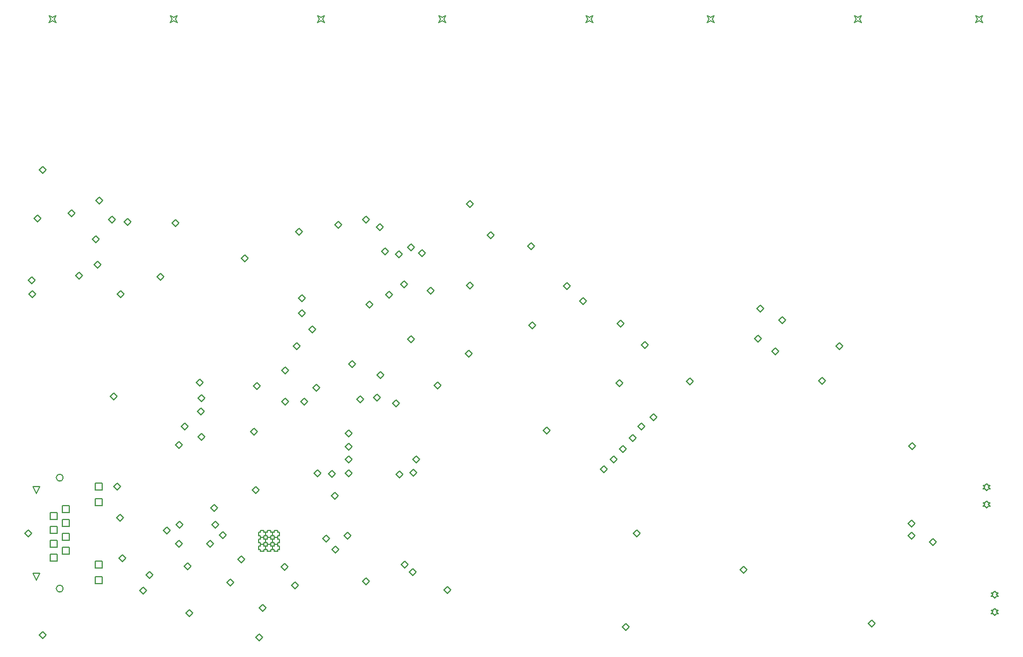
<source format=gbr>
%TF.GenerationSoftware,Altium Limited,Altium Designer,24.1.2 (44)*%
G04 Layer_Color=2752767*
%FSLAX45Y45*%
%MOMM*%
%TF.SameCoordinates,57B3B6A3-E825-4013-9261-08072AB09D51*%
%TF.FilePolarity,Positive*%
%TF.FileFunction,Drawing*%
%TF.Part,Single*%
G01*
G75*
%TA.AperFunction,NonConductor*%
%ADD101C,0.12700*%
%ADD102C,0.16933*%
D101*
X17335500Y3543300D02*
X17360899Y3568700D01*
X17386301D01*
X17360899Y3594100D01*
X17386301Y3619500D01*
X17360899D01*
X17335500Y3644900D01*
X17310100Y3619500D01*
X17284700D01*
X17310100Y3594100D01*
X17284700Y3568700D01*
X17310100D01*
X17335500Y3543300D01*
Y3289300D02*
X17360899Y3314700D01*
X17386301D01*
X17360899Y3340100D01*
X17386301Y3365500D01*
X17360899D01*
X17335500Y3390900D01*
X17310100Y3365500D01*
X17284700D01*
X17310100Y3340100D01*
X17284700Y3314700D01*
X17310100D01*
X17335500Y3289300D01*
X9182100Y11976100D02*
X9207500Y12026900D01*
X9182100Y12077700D01*
X9232900Y12052300D01*
X9283700Y12077700D01*
X9258300Y12026900D01*
X9283700Y11976100D01*
X9232900Y12001500D01*
X9182100Y11976100D01*
X17221201Y4864100D02*
X17246600Y4889500D01*
X17272000D01*
X17246600Y4914900D01*
X17272000Y4940300D01*
X17246600D01*
X17221201Y4965700D01*
X17195799Y4940300D01*
X17170399D01*
X17195799Y4914900D01*
X17170399Y4889500D01*
X17195799D01*
X17221201Y4864100D01*
Y5118100D02*
X17246600Y5143500D01*
X17272000D01*
X17246600Y5168900D01*
X17272000Y5194300D01*
X17246600D01*
X17221201Y5219700D01*
X17195799Y5194300D01*
X17170399D01*
X17195799Y5168900D01*
X17170399Y5143500D01*
X17195799D01*
X17221201Y5118100D01*
X4143700Y3988000D02*
Y4089600D01*
X4245300D01*
Y3988000D01*
X4143700D01*
Y3759000D02*
Y3860600D01*
X4245300D01*
Y3759000D01*
X4143700D01*
Y4902000D02*
Y5003600D01*
X4245300D01*
Y4902000D01*
X4143700D01*
Y5131000D02*
Y5232600D01*
X4245300D01*
Y5131000D01*
X4143700D01*
X3483700Y4699000D02*
Y4800600D01*
X3585300D01*
Y4699000D01*
X3483700D01*
Y4495000D02*
Y4596600D01*
X3585300D01*
Y4495000D01*
X3483700D01*
Y4291000D02*
Y4392600D01*
X3585300D01*
Y4291000D01*
X3483700D01*
Y4087000D02*
Y4188600D01*
X3585300D01*
Y4087000D01*
X3483700D01*
X3661700Y4801000D02*
Y4902600D01*
X3763300D01*
Y4801000D01*
X3661700D01*
Y4597000D02*
Y4698600D01*
X3763300D01*
Y4597000D01*
X3661700D01*
Y4393000D02*
Y4494600D01*
X3763300D01*
Y4393000D01*
X3661700D01*
Y4189000D02*
Y4290600D01*
X3763300D01*
Y4189000D01*
X3661700D01*
X3280500Y3810000D02*
X3229700Y3911600D01*
X3331300D01*
X3280500Y3810000D01*
Y5080000D02*
X3229700Y5181600D01*
X3331300D01*
X3280500Y5080000D01*
X17056100Y11976100D02*
X17081500Y12026900D01*
X17056100Y12077700D01*
X17106900Y12052300D01*
X17157700Y12077700D01*
X17132300Y12026900D01*
X17157700Y11976100D01*
X17106900Y12001500D01*
X17056100Y11976100D01*
X15278101D02*
X15303500Y12026900D01*
X15278101Y12077700D01*
X15328900Y12052300D01*
X15379700Y12077700D01*
X15354300Y12026900D01*
X15379700Y11976100D01*
X15328900Y12001500D01*
X15278101Y11976100D01*
X13119099D02*
X13144501Y12026900D01*
X13119099Y12077700D01*
X13169901Y12052300D01*
X13220700Y12077700D01*
X13195300Y12026900D01*
X13220700Y11976100D01*
X13169901Y12001500D01*
X13119099Y11976100D01*
X11341100D02*
X11366500Y12026900D01*
X11341100Y12077700D01*
X11391900Y12052300D01*
X11442700Y12077700D01*
X11417300Y12026900D01*
X11442700Y11976100D01*
X11391900Y12001500D01*
X11341100Y11976100D01*
X7404100D02*
X7429500Y12026900D01*
X7404100Y12077700D01*
X7454900Y12052300D01*
X7505700Y12077700D01*
X7480300Y12026900D01*
X7505700Y11976100D01*
X7454900Y12001500D01*
X7404100Y11976100D01*
X5245100D02*
X5270500Y12026900D01*
X5245100Y12077700D01*
X5295900Y12052300D01*
X5346700Y12077700D01*
X5321300Y12026900D01*
X5346700Y11976100D01*
X5295900Y12001500D01*
X5245100Y11976100D01*
X3467100D02*
X3492500Y12026900D01*
X3467100Y12077700D01*
X3517900Y12052300D01*
X3568700Y12077700D01*
X3543300Y12026900D01*
X3568700Y11976100D01*
X3517900Y12001500D01*
X3467100Y11976100D01*
X6235700Y4114845D02*
X6286500Y4165645D01*
X6337300Y4114845D01*
X6286500Y4064045D01*
X6235700Y4114845D01*
X5321300Y4339987D02*
X5372100Y4390787D01*
X5422900Y4339987D01*
X5372100Y4289187D01*
X5321300Y4339987D01*
X6077324Y3774266D02*
X6128124Y3825066D01*
X6178924Y3774266D01*
X6128124Y3723466D01*
X6077324Y3774266D01*
X5450964Y4013200D02*
X5501764Y4064000D01*
X5552564Y4013200D01*
X5501764Y3962400D01*
X5450964Y4013200D01*
X5334000Y4622800D02*
X5384800Y4673600D01*
X5435600Y4622800D01*
X5384800Y4572000D01*
X5334000Y4622800D01*
X5143500Y4533900D02*
X5194300Y4584700D01*
X5245100Y4533900D01*
X5194300Y4483100D01*
X5143500Y4533900D01*
X5962463Y4463863D02*
X6013263Y4514663D01*
X6064063Y4463863D01*
X6013263Y4413063D01*
X5962463Y4463863D01*
X5854700Y4622800D02*
X5905500Y4673600D01*
X5956300Y4622800D01*
X5905500Y4572000D01*
X5854700Y4622800D01*
X5778500Y4343400D02*
X5829300Y4394200D01*
X5880100Y4343400D01*
X5829300Y4292600D01*
X5778500Y4343400D01*
X4893583Y3879942D02*
X4944383Y3930742D01*
X4995183Y3879942D01*
X4944383Y3829142D01*
X4893583Y3879942D01*
X7480300Y4419600D02*
X7531100Y4470400D01*
X7581900Y4419600D01*
X7531100Y4368800D01*
X7480300Y4419600D01*
X7277100Y7480300D02*
X7327900Y7531100D01*
X7378700Y7480300D01*
X7327900Y7429500D01*
X7277100Y7480300D01*
X8621800Y8140700D02*
X8672600Y8191500D01*
X8723400Y8140700D01*
X8672600Y8089900D01*
X8621800Y8140700D01*
X8407400Y7988300D02*
X8458200Y8039100D01*
X8509000Y7988300D01*
X8458200Y7937500D01*
X8407400Y7988300D01*
X8064500Y3793038D02*
X8115300Y3843838D01*
X8166100Y3793038D01*
X8115300Y3742238D01*
X8064500Y3793038D01*
X6502400Y2967538D02*
X6553200Y3018338D01*
X6604000Y2967538D01*
X6553200Y2916738D01*
X6502400Y2967538D01*
X3111500Y4491538D02*
X3162300Y4542338D01*
X3213100Y4491538D01*
X3162300Y4440738D01*
X3111500Y4491538D01*
X3327400Y3005638D02*
X3378200Y3056438D01*
X3429000Y3005638D01*
X3378200Y2954838D01*
X3327400Y3005638D01*
X4368800Y6498138D02*
X4419600Y6548938D01*
X4470400Y6498138D01*
X4419600Y6447338D01*
X4368800Y6498138D01*
X8229600Y6485438D02*
X8280400Y6536238D01*
X8331200Y6485438D01*
X8280400Y6434638D01*
X8229600Y6485438D01*
X8280400Y6815638D02*
X8331200Y6866438D01*
X8382000Y6815638D01*
X8331200Y6764838D01*
X8280400Y6815638D01*
X9118600Y6663238D02*
X9169400Y6714038D01*
X9220200Y6663238D01*
X9169400Y6612438D01*
X9118600Y6663238D01*
X8115300Y7844338D02*
X8166100Y7895138D01*
X8216900Y7844338D01*
X8166100Y7793538D01*
X8115300Y7844338D01*
X9017000Y8047538D02*
X9067800Y8098338D01*
X9118600Y8047538D01*
X9067800Y7996738D01*
X9017000Y8047538D01*
X8724900Y7336338D02*
X8775700Y7387138D01*
X8826500Y7336338D01*
X8775700Y7285538D01*
X8724900Y7336338D01*
X7086600Y8911138D02*
X7137400Y8961938D01*
X7188200Y8911138D01*
X7137400Y8860338D01*
X7086600Y8911138D01*
X9893300Y8860338D02*
X9944100Y8911138D01*
X9994900Y8860338D01*
X9944100Y8809538D01*
X9893300Y8860338D01*
X10502900Y7539538D02*
X10553700Y7590338D01*
X10604500Y7539538D01*
X10553700Y7488738D01*
X10502900Y7539538D01*
X10718800Y6002838D02*
X10769600Y6053638D01*
X10820400Y6002838D01*
X10769600Y5952038D01*
X10718800Y6002838D01*
X9258300Y3666038D02*
X9309100Y3716838D01*
X9359900Y3666038D01*
X9309100Y3615238D01*
X9258300Y3666038D01*
X11874500Y3119938D02*
X11925300Y3170738D01*
X11976100Y3119938D01*
X11925300Y3069138D01*
X11874500Y3119938D01*
X12039600Y4491538D02*
X12090400Y4542338D01*
X12141200Y4491538D01*
X12090400Y4440738D01*
X12039600Y4491538D01*
X13601700Y3958138D02*
X13652499Y4008938D01*
X13703300Y3958138D01*
X13652499Y3907338D01*
X13601700Y3958138D01*
X15481300Y3170738D02*
X15532100Y3221538D01*
X15582899Y3170738D01*
X15532100Y3119938D01*
X15481300Y3170738D01*
X16383000Y4364538D02*
X16433800Y4415338D01*
X16484599Y4364538D01*
X16433800Y4313738D01*
X16383000Y4364538D01*
X16078200Y5774238D02*
X16128999Y5825038D01*
X16179800Y5774238D01*
X16128999Y5723438D01*
X16078200Y5774238D01*
X13817599Y7349038D02*
X13868401Y7399838D01*
X13919200Y7349038D01*
X13868401Y7298238D01*
X13817599Y7349038D01*
X14757401Y6726738D02*
X14808200Y6777538D01*
X14859000Y6726738D01*
X14808200Y6675938D01*
X14757401Y6726738D01*
X14071600Y7162800D02*
X14122400Y7213600D01*
X14173199Y7162800D01*
X14122400Y7112000D01*
X14071600Y7162800D01*
X7981904Y6457804D02*
X8032704Y6508604D01*
X8083504Y6457804D01*
X8032704Y6407004D01*
X7981904Y6457804D01*
X7340600Y6629400D02*
X7391400Y6680200D01*
X7442200Y6629400D01*
X7391400Y6578600D01*
X7340600Y6629400D01*
X5473700Y3327400D02*
X5524500Y3378200D01*
X5575300Y3327400D01*
X5524500Y3276600D01*
X5473700Y3327400D01*
X4800600Y3657600D02*
X4851400Y3708400D01*
X4902200Y3657600D01*
X4851400Y3606800D01*
X4800600Y3657600D01*
X6553200Y3403600D02*
X6604000Y3454400D01*
X6654800Y3403600D01*
X6604000Y3352800D01*
X6553200Y3403600D01*
X4152900Y9372600D02*
X4203700Y9423400D01*
X4254500Y9372600D01*
X4203700Y9321800D01*
X4152900Y9372600D01*
X4343400Y9093200D02*
X4394200Y9144000D01*
X4445000Y9093200D01*
X4394200Y9042400D01*
X4343400Y9093200D01*
X4102100Y8801100D02*
X4152900Y8851900D01*
X4203700Y8801100D01*
X4152900Y8750300D01*
X4102100Y8801100D01*
X5054600Y8255000D02*
X5105400Y8305800D01*
X5156200Y8255000D01*
X5105400Y8204200D01*
X5054600Y8255000D01*
X3327400Y9817100D02*
X3378200Y9867900D01*
X3429000Y9817100D01*
X3378200Y9766300D01*
X3327400Y9817100D01*
X3251200Y9105900D02*
X3302000Y9156700D01*
X3352800Y9105900D01*
X3302000Y9055100D01*
X3251200Y9105900D01*
X6286500Y8521700D02*
X6337300Y8572500D01*
X6388100Y8521700D01*
X6337300Y8470900D01*
X6286500Y8521700D01*
X4572000Y9055100D02*
X4622800Y9105900D01*
X4673600Y9055100D01*
X4622800Y9004300D01*
X4572000Y9055100D01*
X5270500Y9042400D02*
X5321300Y9093200D01*
X5372100Y9042400D01*
X5321300Y8991600D01*
X5270500Y9042400D01*
X4127500Y8432800D02*
X4178300Y8483600D01*
X4229100Y8432800D01*
X4178300Y8382000D01*
X4127500Y8432800D01*
X3860800Y8267700D02*
X3911600Y8318500D01*
X3962400Y8267700D01*
X3911600Y8216900D01*
X3860800Y8267700D01*
X3162300Y8204200D02*
X3213100Y8255000D01*
X3263900Y8204200D01*
X3213100Y8153400D01*
X3162300Y8204200D01*
X10490200Y8699500D02*
X10541000Y8750300D01*
X10591800Y8699500D01*
X10541000Y8648700D01*
X10490200Y8699500D01*
X9588500Y9321800D02*
X9639300Y9372600D01*
X9690100Y9321800D01*
X9639300Y9271000D01*
X9588500Y9321800D01*
X7658100Y9017000D02*
X7708900Y9067800D01*
X7759700Y9017000D01*
X7708900Y8966200D01*
X7658100Y9017000D01*
X5410200Y6057900D02*
X5461000Y6108700D01*
X5511800Y6057900D01*
X5461000Y6007100D01*
X5410200Y6057900D01*
X5626100Y6705600D02*
X5676900Y6756400D01*
X5727700Y6705600D01*
X5676900Y6654800D01*
X5626100Y6705600D01*
X5651500Y6477000D02*
X5702300Y6527800D01*
X5753100Y6477000D01*
X5702300Y6426200D01*
X5651500Y6477000D01*
X5645150Y6280150D02*
X5695950Y6330950D01*
X5746750Y6280150D01*
X5695950Y6229350D01*
X5645150Y6280150D01*
X5651500Y5905500D02*
X5702300Y5956300D01*
X5753100Y5905500D01*
X5702300Y5854700D01*
X5651500Y5905500D01*
X5321300Y5791200D02*
X5372100Y5842000D01*
X5422900Y5791200D01*
X5372100Y5740400D01*
X5321300Y5791200D01*
X12153900Y7251700D02*
X12204700Y7302500D01*
X12255500Y7251700D01*
X12204700Y7200900D01*
X12153900Y7251700D01*
X11798300Y7569200D02*
X11849100Y7620000D01*
X11899900Y7569200D01*
X11849100Y7518400D01*
X11798300Y7569200D01*
X6883400Y6883400D02*
X6934200Y6934200D01*
X6985000Y6883400D01*
X6934200Y6832600D01*
X6883400Y6883400D01*
X8343900Y8623300D02*
X8394700Y8674100D01*
X8445500Y8623300D01*
X8394700Y8572500D01*
X8343900Y8623300D01*
X8547100Y8585200D02*
X8597900Y8636000D01*
X8648700Y8585200D01*
X8597900Y8534400D01*
X8547100Y8585200D01*
X8064500Y9093200D02*
X8115300Y9144000D01*
X8166100Y9093200D01*
X8115300Y9042400D01*
X8064500Y9093200D01*
X7124700Y7937500D02*
X7175500Y7988300D01*
X7226300Y7937500D01*
X7175500Y7886700D01*
X7124700Y7937500D01*
X8267700Y8978900D02*
X8318500Y9029700D01*
X8369300Y8978900D01*
X8318500Y8928100D01*
X8267700Y8978900D01*
X6426200Y5981700D02*
X6477000Y6032500D01*
X6527800Y5981700D01*
X6477000Y5930900D01*
X6426200Y5981700D01*
X7353300Y5372100D02*
X7404100Y5422900D01*
X7454900Y5372100D01*
X7404100Y5321300D01*
X7353300Y5372100D01*
X8763000Y5384800D02*
X8813800Y5435600D01*
X8864600Y5384800D01*
X8813800Y5334000D01*
X8763000Y5384800D01*
X8801100Y5575300D02*
X8851900Y5626100D01*
X8902700Y5575300D01*
X8851900Y5524500D01*
X8801100Y5575300D01*
X7569200Y5363309D02*
X7620000Y5414109D01*
X7670800Y5363309D01*
X7620000Y5312509D01*
X7569200Y5363309D01*
X7607300Y5041900D02*
X7658100Y5092700D01*
X7708900Y5041900D01*
X7658100Y4991100D01*
X7607300Y5041900D01*
X8559800Y5359400D02*
X8610600Y5410200D01*
X8661400Y5359400D01*
X8610600Y5308600D01*
X8559800Y5359400D01*
X6464700Y6654800D02*
X6515500Y6705600D01*
X6566300Y6654800D01*
X6515500Y6604000D01*
X6464700Y6654800D01*
X7810500Y5579411D02*
X7861300Y5630211D01*
X7912100Y5579411D01*
X7861300Y5528611D01*
X7810500Y5579411D01*
Y5376009D02*
X7861300Y5426809D01*
X7912100Y5376009D01*
X7861300Y5325209D01*
X7810500Y5376009D01*
X6883400Y6426200D02*
X6934200Y6477000D01*
X6985000Y6426200D01*
X6934200Y6375400D01*
X6883400Y6426200D01*
X8724900Y8686800D02*
X8775700Y8737600D01*
X8826500Y8686800D01*
X8775700Y8636000D01*
X8724900Y8686800D01*
X7048500Y7239000D02*
X7099300Y7289800D01*
X7150100Y7239000D01*
X7099300Y7188200D01*
X7048500Y7239000D01*
X7124700Y7721600D02*
X7175500Y7772400D01*
X7226300Y7721600D01*
X7175500Y7670800D01*
X7124700Y7721600D01*
X11785600Y6692900D02*
X11836400Y6743700D01*
X11887200Y6692900D01*
X11836400Y6642100D01*
X11785600Y6692900D01*
X12814301Y6718300D02*
X12865100Y6769100D01*
X12915900Y6718300D01*
X12865100Y6667500D01*
X12814301Y6718300D01*
X11836400Y5727700D02*
X11887200Y5778500D01*
X11938000Y5727700D01*
X11887200Y5676900D01*
X11836400Y5727700D01*
X11696700Y5575300D02*
X11747500Y5626100D01*
X11798300Y5575300D01*
X11747500Y5524500D01*
X11696700Y5575300D01*
X12280900Y6197600D02*
X12331700Y6248400D01*
X12382500Y6197600D01*
X12331700Y6146800D01*
X12280900Y6197600D01*
X12103100Y6057900D02*
X12153900Y6108700D01*
X12204700Y6057900D01*
X12153900Y6007100D01*
X12103100Y6057900D01*
X8890000Y8597900D02*
X8940800Y8648700D01*
X8991600Y8597900D01*
X8940800Y8547100D01*
X8890000Y8597900D01*
X11252200Y7899400D02*
X11303000Y7950200D01*
X11353800Y7899400D01*
X11303000Y7848600D01*
X11252200Y7899400D01*
X11010900Y8115300D02*
X11061700Y8166100D01*
X11112500Y8115300D01*
X11061700Y8064500D01*
X11010900Y8115300D01*
X16065500Y4457700D02*
X16116299Y4508500D01*
X16167101Y4457700D01*
X16116299Y4406900D01*
X16065500Y4457700D01*
Y4635500D02*
X16116299Y4686300D01*
X16167101Y4635500D01*
X16116299Y4584700D01*
X16065500Y4635500D01*
X7810500Y5765800D02*
X7861300Y5816600D01*
X7912100Y5765800D01*
X7861300Y5715000D01*
X7810500Y5765800D01*
X7023100Y3733800D02*
X7073900Y3784600D01*
X7124700Y3733800D01*
X7073900Y3683000D01*
X7023100Y3733800D01*
X7797800Y4457700D02*
X7848600Y4508500D01*
X7899400Y4457700D01*
X7848600Y4406900D01*
X7797800Y4457700D01*
X11557000Y5435600D02*
X11607800Y5486400D01*
X11658600Y5435600D01*
X11607800Y5384800D01*
X11557000Y5435600D01*
X8750300Y3924300D02*
X8801100Y3975100D01*
X8851900Y3924300D01*
X8801100Y3873500D01*
X8750300Y3924300D01*
X8636000Y4038600D02*
X8686800Y4089400D01*
X8737600Y4038600D01*
X8686800Y3987800D01*
X8636000Y4038600D01*
X8509000Y6400800D02*
X8559800Y6451600D01*
X8610600Y6400800D01*
X8559800Y6350000D01*
X8509000Y6400800D01*
X7810500Y5956300D02*
X7861300Y6007100D01*
X7912100Y5956300D01*
X7861300Y5905500D01*
X7810500Y5956300D01*
X7162800Y6426200D02*
X7213600Y6477000D01*
X7264400Y6426200D01*
X7213600Y6375400D01*
X7162800Y6426200D01*
X11976100Y5892800D02*
X12026900Y5943600D01*
X12077700Y5892800D01*
X12026900Y5842000D01*
X11976100Y5892800D01*
X4470400Y8001000D02*
X4521200Y8051800D01*
X4572000Y8001000D01*
X4521200Y7950200D01*
X4470400Y8001000D01*
X3175000D02*
X3225800Y8051800D01*
X3276600Y8001000D01*
X3225800Y7950200D01*
X3175000Y8001000D01*
X3746500Y9182100D02*
X3797300Y9232900D01*
X3848100Y9182100D01*
X3797300Y9131300D01*
X3746500Y9182100D01*
X6451600Y5130800D02*
X6502400Y5181600D01*
X6553200Y5130800D01*
X6502400Y5080000D01*
X6451600Y5130800D01*
X9575800Y7124700D02*
X9626600Y7175500D01*
X9677400Y7124700D01*
X9626600Y7073900D01*
X9575800Y7124700D01*
X7861300Y6972300D02*
X7912100Y7023100D01*
X7962900Y6972300D01*
X7912100Y6921500D01*
X7861300Y6972300D01*
X9588500Y8128000D02*
X9639300Y8178800D01*
X9690100Y8128000D01*
X9639300Y8077200D01*
X9588500Y8128000D01*
X7620000Y4254500D02*
X7670800Y4305300D01*
X7721600Y4254500D01*
X7670800Y4203700D01*
X7620000Y4254500D01*
X13848599Y7785100D02*
X13899400Y7835900D01*
X13950200Y7785100D01*
X13899400Y7734300D01*
X13848599Y7785100D01*
X5842000Y4864100D02*
X5892800Y4914900D01*
X5943600Y4864100D01*
X5892800Y4813300D01*
X5842000Y4864100D01*
X6870700Y4000500D02*
X6921500Y4051300D01*
X6972300Y4000500D01*
X6921500Y3949700D01*
X6870700Y4000500D01*
X4419600Y5181600D02*
X4470400Y5232400D01*
X4521200Y5181600D01*
X4470400Y5130800D01*
X4419600Y5181600D01*
X6567500Y4256100D02*
Y4230700D01*
X6618300D01*
Y4256100D01*
X6643700D01*
Y4306900D01*
X6618300D01*
Y4332300D01*
X6567500D01*
Y4306900D01*
X6542100D01*
Y4256100D01*
X6567500D01*
Y4356100D02*
Y4330700D01*
X6618300D01*
Y4356100D01*
X6643700D01*
Y4406900D01*
X6618300D01*
Y4432300D01*
X6567500D01*
Y4406900D01*
X6542100D01*
Y4356100D01*
X6567500D01*
Y4456100D02*
Y4430700D01*
X6618300D01*
Y4456100D01*
X6643700D01*
Y4506900D01*
X6618300D01*
Y4532300D01*
X6567500D01*
Y4506900D01*
X6542100D01*
Y4456100D01*
X6567500D01*
X6667500Y4256100D02*
Y4230700D01*
X6718300D01*
Y4256100D01*
X6743700D01*
Y4306900D01*
X6718300D01*
Y4332300D01*
X6667500D01*
Y4306900D01*
X6642100D01*
Y4256100D01*
X6667500D01*
Y4356100D02*
Y4330700D01*
X6718300D01*
Y4356100D01*
X6743700D01*
Y4406900D01*
X6718300D01*
Y4432300D01*
X6667500D01*
Y4406900D01*
X6642100D01*
Y4356100D01*
X6667500D01*
Y4456100D02*
Y4430700D01*
X6718300D01*
Y4456100D01*
X6743700D01*
Y4506900D01*
X6718300D01*
Y4532300D01*
X6667500D01*
Y4506900D01*
X6642100D01*
Y4456100D01*
X6667500D01*
X6767500Y4256100D02*
Y4230700D01*
X6818300D01*
Y4256100D01*
X6843700D01*
Y4306900D01*
X6818300D01*
Y4332300D01*
X6767500D01*
Y4306900D01*
X6742100D01*
Y4256100D01*
X6767500D01*
Y4356100D02*
Y4330700D01*
X6818300D01*
Y4356100D01*
X6843700D01*
Y4406900D01*
X6818300D01*
Y4432300D01*
X6767500D01*
Y4406900D01*
X6742100D01*
Y4356100D01*
X6767500D01*
Y4456100D02*
Y4430700D01*
X6818300D01*
Y4456100D01*
X6843700D01*
Y4506900D01*
X6818300D01*
Y4532300D01*
X6767500D01*
Y4506900D01*
X6742100D01*
Y4456100D01*
X6767500D01*
X4495800Y4127500D02*
X4546600Y4178300D01*
X4597400Y4127500D01*
X4546600Y4076700D01*
X4495800Y4127500D01*
X4457700Y4724400D02*
X4508500Y4775200D01*
X4559300Y4724400D01*
X4508500Y4673600D01*
X4457700Y4724400D01*
X15011400Y7239000D02*
X15062199Y7289800D01*
X15113000Y7239000D01*
X15062199Y7188200D01*
X15011400Y7239000D01*
X14173199Y7620000D02*
X14224001Y7670800D01*
X14274800Y7620000D01*
X14224001Y7569200D01*
X14173199Y7620000D01*
D102*
X3674300Y3682800D02*
G03*
X3674300Y3682800I-50800J0D01*
G01*
Y5308800D02*
G03*
X3674300Y5308800I-50800J0D01*
G01*
%TF.MD5,263cc2d2642eca9a60f7648c3603a9d5*%
M02*

</source>
